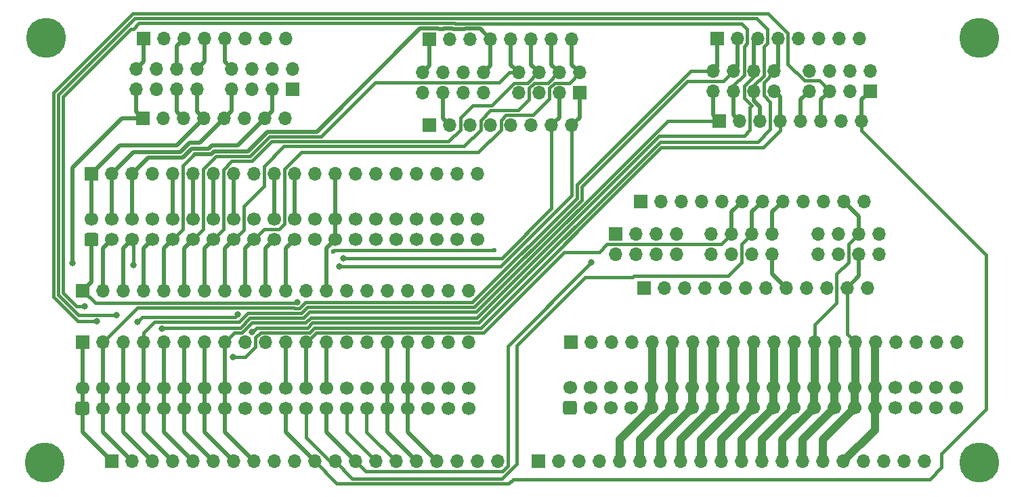
<source format=gbr>
G04 #@! TF.GenerationSoftware,KiCad,Pcbnew,5.1.7-a382d34a88~90~ubuntu20.04.1*
G04 #@! TF.CreationDate,2022-01-05T08:02:03-06:00*
G04 #@! TF.ProjectId,open-dash-daughterboard,6f70656e-2d64-4617-9368-2d6461756768,rev?*
G04 #@! TF.SameCoordinates,Original*
G04 #@! TF.FileFunction,Copper,L1,Top*
G04 #@! TF.FilePolarity,Positive*
%FSLAX46Y46*%
G04 Gerber Fmt 4.6, Leading zero omitted, Abs format (unit mm)*
G04 Created by KiCad (PCBNEW 5.1.7-a382d34a88~90~ubuntu20.04.1) date 2022-01-05 08:02:03*
%MOMM*%
%LPD*%
G01*
G04 APERTURE LIST*
G04 #@! TA.AperFunction,ComponentPad*
%ADD10C,1.700000*%
G04 #@! TD*
G04 #@! TA.AperFunction,ComponentPad*
%ADD11C,5.000000*%
G04 #@! TD*
G04 #@! TA.AperFunction,ComponentPad*
%ADD12O,1.700000X1.700000*%
G04 #@! TD*
G04 #@! TA.AperFunction,ComponentPad*
%ADD13R,1.700000X1.700000*%
G04 #@! TD*
G04 #@! TA.AperFunction,ViaPad*
%ADD14C,0.800000*%
G04 #@! TD*
G04 #@! TA.AperFunction,ViaPad*
%ADD15C,0.600000*%
G04 #@! TD*
G04 #@! TA.AperFunction,Conductor*
%ADD16C,0.250000*%
G04 #@! TD*
G04 #@! TA.AperFunction,Conductor*
%ADD17C,0.500000*%
G04 #@! TD*
G04 #@! TA.AperFunction,Conductor*
%ADD18C,0.400000*%
G04 #@! TD*
G04 #@! TA.AperFunction,Conductor*
%ADD19C,1.000000*%
G04 #@! TD*
G04 APERTURE END LIST*
D10*
X146400000Y-172510000D03*
X143860000Y-172510000D03*
X141320000Y-172510000D03*
X138780000Y-172510000D03*
X136240000Y-172510000D03*
X133700000Y-172510000D03*
X131160000Y-172510000D03*
X128620000Y-172510000D03*
X126080000Y-172510000D03*
X123540000Y-172510000D03*
X121000000Y-172510000D03*
X118460000Y-172510000D03*
X115920000Y-172510000D03*
X113380000Y-172510000D03*
X110840000Y-172510000D03*
X108300000Y-172510000D03*
X105760000Y-172510000D03*
X103220000Y-172510000D03*
X100680000Y-172510000D03*
X98140000Y-172510000D03*
X146400000Y-175050000D03*
X143860000Y-175050000D03*
X141320000Y-175050000D03*
X138780000Y-175050000D03*
X136240000Y-175050000D03*
X133700000Y-175050000D03*
X131160000Y-175050000D03*
X128620000Y-175050000D03*
X126080000Y-175050000D03*
X123540000Y-175050000D03*
X121000000Y-175050000D03*
X118460000Y-175050000D03*
X115920000Y-175050000D03*
X113380000Y-175050000D03*
X110840000Y-175050000D03*
X108300000Y-175050000D03*
X105760000Y-175050000D03*
X103220000Y-175050000D03*
X100680000Y-175050000D03*
G04 #@! TA.AperFunction,ComponentPad*
G36*
G01*
X98740000Y-175900000D02*
X97540000Y-175900000D01*
G75*
G02*
X97290000Y-175650000I0J250000D01*
G01*
X97290000Y-174450000D01*
G75*
G02*
X97540000Y-174200000I250000J0D01*
G01*
X98740000Y-174200000D01*
G75*
G02*
X98990000Y-174450000I0J-250000D01*
G01*
X98990000Y-175650000D01*
G75*
G02*
X98740000Y-175900000I-250000J0D01*
G01*
G37*
G04 #@! TD.AperFunction*
X206220000Y-193560000D03*
X203680000Y-193560000D03*
X201140000Y-193560000D03*
X198600000Y-193560000D03*
X196060000Y-193560000D03*
X193520000Y-193560000D03*
X190980000Y-193560000D03*
X188440000Y-193560000D03*
X185900000Y-193560000D03*
X183360000Y-193560000D03*
X180820000Y-193560000D03*
X178280000Y-193560000D03*
X175740000Y-193560000D03*
X173200000Y-193560000D03*
X170660000Y-193560000D03*
X168120000Y-193560000D03*
X165580000Y-193560000D03*
X163040000Y-193560000D03*
X160500000Y-193560000D03*
X157960000Y-193560000D03*
X206220000Y-196100000D03*
X203680000Y-196100000D03*
X201140000Y-196100000D03*
X198600000Y-196100000D03*
X196060000Y-196100000D03*
X193520000Y-196100000D03*
X190980000Y-196100000D03*
X188440000Y-196100000D03*
X185900000Y-196100000D03*
X183360000Y-196100000D03*
X180820000Y-196100000D03*
X178280000Y-196100000D03*
X175740000Y-196100000D03*
X173200000Y-196100000D03*
X170660000Y-196100000D03*
X168120000Y-196100000D03*
X165580000Y-196100000D03*
X163040000Y-196100000D03*
X160500000Y-196100000D03*
G04 #@! TA.AperFunction,ComponentPad*
G36*
G01*
X158560000Y-196950000D02*
X157360000Y-196950000D01*
G75*
G02*
X157110000Y-196700000I0J250000D01*
G01*
X157110000Y-195500000D01*
G75*
G02*
X157360000Y-195250000I250000J0D01*
G01*
X158560000Y-195250000D01*
G75*
G02*
X158810000Y-195500000I0J-250000D01*
G01*
X158810000Y-196700000D01*
G75*
G02*
X158560000Y-196950000I-250000J0D01*
G01*
G37*
G04 #@! TD.AperFunction*
X145260000Y-193620000D03*
X142720000Y-193620000D03*
X140180000Y-193620000D03*
X137640000Y-193620000D03*
X135100000Y-193620000D03*
X132560000Y-193620000D03*
X130020000Y-193620000D03*
X127480000Y-193620000D03*
X124940000Y-193620000D03*
X122400000Y-193620000D03*
X119860000Y-193620000D03*
X117320000Y-193620000D03*
X114780000Y-193620000D03*
X112240000Y-193620000D03*
X109700000Y-193620000D03*
X107160000Y-193620000D03*
X104620000Y-193620000D03*
X102080000Y-193620000D03*
X99540000Y-193620000D03*
X97000000Y-193620000D03*
X145260000Y-196160000D03*
X142720000Y-196160000D03*
X140180000Y-196160000D03*
X137640000Y-196160000D03*
X135100000Y-196160000D03*
X132560000Y-196160000D03*
X130020000Y-196160000D03*
X127480000Y-196160000D03*
X124940000Y-196160000D03*
X122400000Y-196160000D03*
X119860000Y-196160000D03*
X117320000Y-196160000D03*
X114780000Y-196160000D03*
X112240000Y-196160000D03*
X109700000Y-196160000D03*
X107160000Y-196160000D03*
X104620000Y-196160000D03*
X102080000Y-196160000D03*
X99540000Y-196160000D03*
G04 #@! TA.AperFunction,ComponentPad*
G36*
G01*
X97600000Y-197010000D02*
X96400000Y-197010000D01*
G75*
G02*
X96150000Y-196760000I0J250000D01*
G01*
X96150000Y-195560000D01*
G75*
G02*
X96400000Y-195310000I250000J0D01*
G01*
X97600000Y-195310000D01*
G75*
G02*
X97850000Y-195560000I0J-250000D01*
G01*
X97850000Y-196760000D01*
G75*
G02*
X97600000Y-197010000I-250000J0D01*
G01*
G37*
G04 #@! TD.AperFunction*
D11*
X92260000Y-202920000D03*
X209160000Y-149820000D03*
X92460000Y-149820000D03*
X209160000Y-202920000D03*
D12*
X195140000Y-181070000D03*
X192600000Y-181070000D03*
X190060000Y-181070000D03*
X187520000Y-181070000D03*
X184980000Y-181070000D03*
X182440000Y-181070000D03*
X179900000Y-181070000D03*
X177360000Y-181070000D03*
X174820000Y-181070000D03*
X172280000Y-181070000D03*
X169740000Y-181070000D03*
D13*
X167200000Y-181070000D03*
D12*
X189000000Y-176870000D03*
X191540000Y-174330000D03*
X196620000Y-176870000D03*
X189000000Y-174330000D03*
X194080000Y-176870000D03*
X196620000Y-174330000D03*
X191540000Y-176870000D03*
X194080000Y-174330000D03*
D13*
X163650000Y-174330000D03*
D12*
X163650000Y-176870000D03*
X166190000Y-174330000D03*
X166190000Y-176870000D03*
X168730000Y-174330000D03*
X168730000Y-176870000D03*
X171270000Y-174330000D03*
X171270000Y-176870000D03*
X175650000Y-174330000D03*
X175650000Y-176870000D03*
X178190000Y-174330000D03*
X178190000Y-176870000D03*
X180730000Y-174330000D03*
X180730000Y-176870000D03*
X183270000Y-174330000D03*
X183270000Y-176870000D03*
X194740000Y-170270000D03*
X192200000Y-170270000D03*
X189660000Y-170270000D03*
X187120000Y-170270000D03*
X184580000Y-170270000D03*
X182040000Y-170270000D03*
X179500000Y-170270000D03*
X176960000Y-170270000D03*
X174420000Y-170270000D03*
X171880000Y-170270000D03*
X169340000Y-170270000D03*
D13*
X166800000Y-170270000D03*
D12*
X146420000Y-166820000D03*
X143880000Y-166820000D03*
X141340000Y-166820000D03*
X138800000Y-166820000D03*
X136260000Y-166820000D03*
X133720000Y-166820000D03*
X131180000Y-166820000D03*
X128640000Y-166820000D03*
X126100000Y-166820000D03*
X123560000Y-166820000D03*
X121020000Y-166820000D03*
X118480000Y-166820000D03*
X115940000Y-166820000D03*
X113400000Y-166820000D03*
X110860000Y-166820000D03*
X108320000Y-166820000D03*
X105780000Y-166820000D03*
X103240000Y-166820000D03*
X100700000Y-166820000D03*
D13*
X98160000Y-166820000D03*
D12*
X145320000Y-181420000D03*
X142780000Y-181420000D03*
X140240000Y-181420000D03*
X137700000Y-181420000D03*
X135160000Y-181420000D03*
X132620000Y-181420000D03*
X130080000Y-181420000D03*
X127540000Y-181420000D03*
X125000000Y-181420000D03*
X122460000Y-181420000D03*
X119920000Y-181420000D03*
X117380000Y-181420000D03*
X114840000Y-181420000D03*
X112300000Y-181420000D03*
X109760000Y-181420000D03*
X107220000Y-181420000D03*
X104680000Y-181420000D03*
X102140000Y-181420000D03*
X99600000Y-181420000D03*
D13*
X97060000Y-181420000D03*
D12*
X194120000Y-149875000D03*
X191580000Y-149875000D03*
X189040000Y-149875000D03*
X186500000Y-149875000D03*
X183960000Y-149875000D03*
X181420000Y-149875000D03*
X178880000Y-149875000D03*
D13*
X176340000Y-149875000D03*
D12*
X175890000Y-153895000D03*
X175890000Y-156435000D03*
X178430000Y-153895000D03*
X178430000Y-156435000D03*
X180970000Y-153895000D03*
X180970000Y-156435000D03*
X183510000Y-153895000D03*
X183510000Y-156435000D03*
X187890000Y-153895000D03*
X187890000Y-156435000D03*
X190430000Y-153895000D03*
X190430000Y-156435000D03*
X192970000Y-153895000D03*
X192970000Y-156435000D03*
X195510000Y-153895000D03*
D13*
X195510000Y-156435000D03*
D12*
X194420000Y-160175000D03*
X191880000Y-160175000D03*
X189340000Y-160175000D03*
X186800000Y-160175000D03*
X184260000Y-160175000D03*
X181720000Y-160175000D03*
X179180000Y-160175000D03*
D13*
X176640000Y-160175000D03*
D12*
X202280000Y-202820000D03*
X199740000Y-202820000D03*
X197200000Y-202820000D03*
X194660000Y-202820000D03*
X192120000Y-202820000D03*
X189580000Y-202820000D03*
X187040000Y-202820000D03*
X184500000Y-202820000D03*
X181960000Y-202820000D03*
X179420000Y-202820000D03*
X176880000Y-202820000D03*
X174340000Y-202820000D03*
X171800000Y-202820000D03*
X169260000Y-202820000D03*
X166720000Y-202820000D03*
X164180000Y-202820000D03*
X161640000Y-202820000D03*
X159100000Y-202820000D03*
X156560000Y-202820000D03*
D13*
X154020000Y-202820000D03*
D12*
X206320000Y-187920000D03*
X203780000Y-187920000D03*
X201240000Y-187920000D03*
X198700000Y-187920000D03*
X196160000Y-187920000D03*
X193620000Y-187920000D03*
X191080000Y-187920000D03*
X188540000Y-187920000D03*
X186000000Y-187920000D03*
X183460000Y-187920000D03*
X180920000Y-187920000D03*
X178380000Y-187920000D03*
X175840000Y-187920000D03*
X173300000Y-187920000D03*
X170760000Y-187920000D03*
X168220000Y-187920000D03*
X165680000Y-187920000D03*
X163140000Y-187920000D03*
X160600000Y-187920000D03*
D13*
X158060000Y-187920000D03*
D12*
X122400000Y-149850000D03*
X119860000Y-149850000D03*
X117320000Y-149850000D03*
X114780000Y-149850000D03*
X112240000Y-149850000D03*
X109700000Y-149850000D03*
X107160000Y-149850000D03*
D13*
X104620000Y-149850000D03*
D12*
X103700000Y-153700000D03*
X103700000Y-156240000D03*
X106240000Y-153700000D03*
X106240000Y-156240000D03*
X108780000Y-153700000D03*
X108780000Y-156240000D03*
X111320000Y-153700000D03*
X111320000Y-156240000D03*
X115700000Y-153700000D03*
X115700000Y-156240000D03*
X118240000Y-153700000D03*
X118240000Y-156240000D03*
X120780000Y-153700000D03*
X120780000Y-156240000D03*
X123320000Y-153700000D03*
D13*
X123320000Y-156240000D03*
D12*
X122350000Y-159890000D03*
X119810000Y-159890000D03*
X117270000Y-159890000D03*
X114730000Y-159890000D03*
X112190000Y-159890000D03*
X109650000Y-159890000D03*
X107110000Y-159890000D03*
D13*
X104570000Y-159890000D03*
D12*
X145320000Y-187920000D03*
X142780000Y-187920000D03*
X140240000Y-187920000D03*
X137700000Y-187920000D03*
X135160000Y-187920000D03*
X132620000Y-187920000D03*
X130080000Y-187920000D03*
X127540000Y-187920000D03*
X125000000Y-187920000D03*
X122460000Y-187920000D03*
X119920000Y-187920000D03*
X117380000Y-187920000D03*
X114840000Y-187920000D03*
X112300000Y-187920000D03*
X109760000Y-187920000D03*
X107220000Y-187920000D03*
X104680000Y-187920000D03*
X102140000Y-187920000D03*
X99600000Y-187920000D03*
D13*
X97060000Y-187920000D03*
D12*
X148920000Y-202820000D03*
X146380000Y-202820000D03*
X143840000Y-202820000D03*
X141300000Y-202820000D03*
X138760000Y-202820000D03*
X136220000Y-202820000D03*
X133680000Y-202820000D03*
X131140000Y-202820000D03*
X128600000Y-202820000D03*
X126060000Y-202820000D03*
X123520000Y-202820000D03*
X120980000Y-202820000D03*
X118440000Y-202820000D03*
X115900000Y-202820000D03*
X113360000Y-202820000D03*
X110820000Y-202820000D03*
X108280000Y-202820000D03*
X105740000Y-202820000D03*
X103200000Y-202820000D03*
D13*
X100660000Y-202820000D03*
D12*
X158210000Y-149920000D03*
X155670000Y-149920000D03*
X153130000Y-149920000D03*
X150590000Y-149920000D03*
X148050000Y-149920000D03*
X145510000Y-149920000D03*
X142970000Y-149920000D03*
D13*
X140430000Y-149920000D03*
D12*
X139570000Y-154130000D03*
X139570000Y-156670000D03*
X142110000Y-154130000D03*
X142110000Y-156670000D03*
X144650000Y-154130000D03*
X144650000Y-156670000D03*
X147190000Y-154130000D03*
X147190000Y-156670000D03*
X151570000Y-154130000D03*
X151570000Y-156670000D03*
X154110000Y-154130000D03*
X154110000Y-156670000D03*
X156650000Y-154130000D03*
X156650000Y-156670000D03*
X159190000Y-154130000D03*
D13*
X159190000Y-156670000D03*
D12*
X158210000Y-160720000D03*
X155670000Y-160720000D03*
X153130000Y-160720000D03*
X150590000Y-160720000D03*
X148050000Y-160720000D03*
X145510000Y-160720000D03*
X142970000Y-160720000D03*
D13*
X140430000Y-160720000D03*
D14*
X103350000Y-178210000D03*
X129120000Y-178400000D03*
X129640000Y-177350010D03*
X123841888Y-182855475D03*
X160640000Y-177930000D03*
X95760000Y-178020000D03*
X116437084Y-184409017D03*
X103860000Y-185380000D03*
X98820000Y-185280000D03*
X101310000Y-184460000D03*
X115840000Y-189770000D03*
X97300000Y-183410000D03*
X106970000Y-186160021D03*
X118211376Y-186647200D03*
D15*
X128350000Y-176500000D03*
X148525000Y-176375000D03*
D16*
X93650000Y-148630000D02*
X92460000Y-149820000D01*
D17*
X186800000Y-160175000D02*
X186800000Y-157525000D01*
X186800000Y-157525000D02*
X187890000Y-156435000D01*
X140430000Y-149920000D02*
X140430000Y-153270000D01*
X140430000Y-153270000D02*
X139570000Y-154130000D01*
X127540000Y-181420000D02*
X127540000Y-176130000D01*
X127540000Y-176130000D02*
X128620000Y-175050000D01*
X104680000Y-181420000D02*
X104680000Y-176130000D01*
X104680000Y-176130000D02*
X105760000Y-175050000D01*
X128620000Y-172510000D02*
X128620000Y-175050000D01*
X128620000Y-172510000D02*
X128620000Y-166840000D01*
X128620000Y-166840000D02*
X128640000Y-166820000D01*
D18*
X149280000Y-178400000D02*
X129120000Y-178400000D01*
X158210000Y-169470000D02*
X149280000Y-178400000D01*
X158210000Y-160720000D02*
X158210000Y-169470000D01*
X103350000Y-178210000D02*
X103350000Y-175180000D01*
X103350000Y-175180000D02*
X103220000Y-175050000D01*
D17*
X159190000Y-156670000D02*
X159190000Y-159740000D01*
X159190000Y-159740000D02*
X158210000Y-160720000D01*
X102140000Y-181420000D02*
X102140000Y-176130000D01*
X102140000Y-176130000D02*
X103220000Y-175050000D01*
D18*
X149481448Y-177350010D02*
X129640000Y-177350010D01*
X155670000Y-171161458D02*
X149481448Y-177350010D01*
X155670000Y-160720000D02*
X155670000Y-171161458D01*
D17*
X156650000Y-156670000D02*
X156650000Y-159740000D01*
X156650000Y-159740000D02*
X155670000Y-160720000D01*
X99600000Y-181420000D02*
X99600000Y-176130000D01*
X99600000Y-176130000D02*
X100680000Y-175050000D01*
D18*
X132390001Y-204070001D02*
X131140000Y-202820000D01*
X149520001Y-204070001D02*
X132390001Y-204070001D01*
X150170001Y-203420001D02*
X149520001Y-204070001D01*
X150170001Y-188399999D02*
X150170001Y-203420001D01*
X160640000Y-177930000D02*
X150170001Y-188399999D01*
X98640000Y-182990000D02*
X123707363Y-182990000D01*
X97070000Y-181420000D02*
X98640000Y-182990000D01*
X123707363Y-182990000D02*
X123841888Y-182855475D01*
X97060000Y-181420000D02*
X97070000Y-181420000D01*
D17*
X142110000Y-156670000D02*
X142110000Y-159860000D01*
X142110000Y-159860000D02*
X142970000Y-160720000D01*
X127480000Y-196160000D02*
X127480000Y-199160000D01*
X127480000Y-199160000D02*
X131140000Y-202820000D01*
X98140000Y-175050000D02*
X98140000Y-180340000D01*
X98140000Y-180340000D02*
X97060000Y-181420000D01*
X144825987Y-148680011D02*
X143370757Y-148680011D01*
X148050000Y-149920000D02*
X146749999Y-148619999D01*
X142129244Y-148680010D02*
X141590756Y-148680010D01*
X113460768Y-163979978D02*
X113100746Y-164340000D01*
X141590756Y-148680010D02*
X141510757Y-148600011D01*
X144885999Y-148619999D02*
X144825987Y-148680011D01*
X143370757Y-148680011D02*
X143290760Y-148600014D01*
X126320020Y-161519978D02*
X120162222Y-161519979D01*
X142209240Y-148600014D02*
X142129244Y-148680010D01*
X143290760Y-148600014D02*
X142209240Y-148600014D01*
X120162222Y-161519979D02*
X117702223Y-163979978D01*
X117702223Y-163979978D02*
X113460768Y-163979978D01*
X146749999Y-148619999D02*
X144885999Y-148619999D01*
X113100746Y-164340000D02*
X110990000Y-164340000D01*
X139239987Y-148600011D02*
X126320020Y-161519978D01*
X141510757Y-148600011D02*
X139239987Y-148600011D01*
D18*
X108300000Y-175050000D02*
X109570001Y-173779999D01*
X109570001Y-173779999D02*
X109570001Y-165759999D01*
X109570001Y-165759999D02*
X110990000Y-164340000D01*
D17*
X148050000Y-149920000D02*
X148050000Y-153270000D01*
X148050000Y-153270000D02*
X147190000Y-154130000D01*
X107220000Y-181420000D02*
X107220000Y-176130000D01*
X107220000Y-176130000D02*
X108300000Y-175050000D01*
D18*
X112129999Y-166239999D02*
X112129999Y-173760001D01*
X151570000Y-154130000D02*
X150367919Y-154130000D01*
X117971466Y-164629989D02*
X113740009Y-164629989D01*
X120431466Y-162169989D02*
X117971466Y-164629989D01*
X149117918Y-155380001D02*
X133619999Y-155380001D01*
X133619999Y-155380001D02*
X126830011Y-162169989D01*
X113740009Y-164629989D02*
X112129999Y-166239999D01*
X112129999Y-173760001D02*
X110840000Y-175050000D01*
X150367919Y-154130000D02*
X149117918Y-155380001D01*
X126830011Y-162169989D02*
X120431466Y-162169989D01*
D17*
X150590000Y-149920000D02*
X150590000Y-153150000D01*
X150590000Y-153150000D02*
X151570000Y-154130000D01*
X109760000Y-181420000D02*
X109760000Y-176130000D01*
X109760000Y-176130000D02*
X110840000Y-175050000D01*
D18*
X144259999Y-159790001D02*
X145840000Y-158210000D01*
X114650001Y-173779999D02*
X114650001Y-166259997D01*
X148200000Y-158210000D02*
X150990001Y-155419999D01*
X150990001Y-155419999D02*
X152661457Y-155419999D01*
X118219998Y-165230000D02*
X120679998Y-162770000D01*
X120679998Y-162770000D02*
X142770002Y-162770000D01*
X113380000Y-175050000D02*
X114650001Y-173779999D01*
X142770002Y-162770000D02*
X144259999Y-161280003D01*
X115679998Y-165230000D02*
X118219998Y-165230000D01*
X144259999Y-161280003D02*
X144259999Y-159790001D01*
X114650001Y-166259997D02*
X115679998Y-165230000D01*
X145840000Y-158210000D02*
X148200000Y-158210000D01*
X152661457Y-155419999D02*
X153951456Y-154130000D01*
X153951456Y-154130000D02*
X154110000Y-154130000D01*
D17*
X153130000Y-149920000D02*
X153130000Y-153150000D01*
X153130000Y-153150000D02*
X154110000Y-154130000D01*
X112300000Y-181420000D02*
X112300000Y-176130000D01*
X112300000Y-176130000D02*
X113380000Y-175050000D01*
D18*
X152859999Y-156069999D02*
X153509999Y-155419999D01*
X117170001Y-170849999D02*
X119730001Y-168289999D01*
X119730001Y-165829999D02*
X122190000Y-163370000D01*
X156491456Y-154130000D02*
X156650000Y-154130000D01*
X119730001Y-168289999D02*
X119730001Y-165829999D01*
X144710002Y-163370000D02*
X146799999Y-161280003D01*
X151500012Y-158869988D02*
X152859999Y-157510001D01*
X122190000Y-163370000D02*
X144710002Y-163370000D01*
X152859999Y-157510001D02*
X152859999Y-156069999D01*
X146799999Y-161280003D02*
X146799999Y-160119999D01*
X148050010Y-158869988D02*
X151500012Y-158869988D01*
X153509999Y-155419999D02*
X155201457Y-155419999D01*
X146799999Y-160119999D02*
X148050010Y-158869988D01*
X155201457Y-155419999D02*
X156491456Y-154130000D01*
X117170001Y-173799999D02*
X117170001Y-170849999D01*
X115920000Y-175050000D02*
X117170001Y-173799999D01*
D17*
X155670000Y-149920000D02*
X155670000Y-153150000D01*
X155670000Y-153150000D02*
X156650000Y-154130000D01*
X114840000Y-181420000D02*
X114840000Y-176130000D01*
X114840000Y-176130000D02*
X115920000Y-175050000D01*
D18*
X146520002Y-164100000D02*
X124429998Y-164100000D01*
X124429998Y-164100000D02*
X122289999Y-166239999D01*
X122289999Y-166239999D02*
X122289999Y-173070003D01*
X122289999Y-173070003D02*
X121600001Y-173760001D01*
X121600001Y-173760001D02*
X119749999Y-173760001D01*
X119749999Y-173760001D02*
X118460000Y-175050000D01*
X153350001Y-159469999D02*
X149989999Y-159469999D01*
X155399999Y-157420001D02*
X153350001Y-159469999D01*
X149989999Y-159469999D02*
X149339999Y-160119999D01*
X149339999Y-160119999D02*
X149339999Y-161280003D01*
X149339999Y-161280003D02*
X146520002Y-164100000D01*
X157900001Y-155419999D02*
X156049999Y-155419999D01*
X155399999Y-156069999D02*
X155399999Y-157420001D01*
X156049999Y-155419999D02*
X155399999Y-156069999D01*
X159190000Y-154130000D02*
X157900001Y-155419999D01*
D17*
X158210000Y-149920000D02*
X158210000Y-153150000D01*
X158210000Y-153150000D02*
X159190000Y-154130000D01*
X117380000Y-181420000D02*
X117380000Y-176130000D01*
X117380000Y-176130000D02*
X118460000Y-175050000D01*
X122460000Y-181420000D02*
X122460000Y-176130000D01*
X122460000Y-176130000D02*
X123540000Y-175050000D01*
X108780000Y-156240000D02*
X108780000Y-159020000D01*
X108780000Y-159020000D02*
X109650000Y-159890000D01*
X101950000Y-159890000D02*
X95760000Y-166080000D01*
X95760000Y-166080000D02*
X95760000Y-178020000D01*
X104570000Y-159890000D02*
X101950000Y-159890000D01*
X119920000Y-181420000D02*
X119920000Y-176130000D01*
X119920000Y-176130000D02*
X121000000Y-175050000D01*
X103700000Y-156240000D02*
X103700000Y-159020000D01*
X103700000Y-159020000D02*
X104570000Y-159890000D01*
X123540000Y-172510000D02*
X123540000Y-166840000D01*
X123540000Y-166840000D02*
X123560000Y-166820000D01*
X121000000Y-172510000D02*
X121000000Y-166840000D01*
X121000000Y-166840000D02*
X121020000Y-166820000D01*
X115940000Y-166820000D02*
X115940000Y-172490000D01*
X115940000Y-172490000D02*
X115920000Y-172510000D01*
X104620000Y-149850000D02*
X104620000Y-152780000D01*
X104620000Y-152780000D02*
X103700000Y-153700000D01*
X113380000Y-172510000D02*
X113380000Y-166840000D01*
X113380000Y-166840000D02*
X113400000Y-166820000D01*
X114780000Y-149850000D02*
X114780000Y-152780000D01*
X114780000Y-152780000D02*
X115700000Y-153700000D01*
X110840000Y-172510000D02*
X110840000Y-166840000D01*
X110840000Y-166840000D02*
X110860000Y-166820000D01*
X112240000Y-149850000D02*
X112240000Y-152780000D01*
X112240000Y-152780000D02*
X111320000Y-153700000D01*
X108300000Y-172510000D02*
X108300000Y-166840000D01*
X108300000Y-166840000D02*
X108320000Y-166820000D01*
X108780000Y-153700000D02*
X108780000Y-150770000D01*
X108780000Y-150770000D02*
X109700000Y-149850000D01*
X116420031Y-163279969D02*
X119810000Y-159890000D01*
X110700046Y-163639989D02*
X112810792Y-163639989D01*
X112810792Y-163639989D02*
X113170812Y-163279969D01*
X105250000Y-164810000D02*
X109530036Y-164810000D01*
X109530036Y-164810000D02*
X110700046Y-163639989D01*
X103240000Y-166820000D02*
X105250000Y-164810000D01*
X113170812Y-163279969D02*
X116420031Y-163279969D01*
X127540000Y-187920000D02*
X127540000Y-193560000D01*
X127540000Y-193560000D02*
X127480000Y-193620000D01*
X103220000Y-172510000D02*
X103220000Y-166840000D01*
X103220000Y-166840000D02*
X103240000Y-166820000D01*
X120780000Y-156240000D02*
X120780000Y-158920000D01*
X120780000Y-158920000D02*
X119810000Y-159890000D01*
X111680022Y-162939978D02*
X114730000Y-159890000D01*
X110410092Y-162939978D02*
X111680022Y-162939978D01*
X109240081Y-164109990D02*
X110410092Y-162939978D01*
X103410010Y-164109990D02*
X109240081Y-164109990D01*
X100700000Y-166820000D02*
X103410010Y-164109990D01*
X100700000Y-166820000D02*
X100700000Y-172490000D01*
X100700000Y-172490000D02*
X100680000Y-172510000D01*
X115700000Y-156240000D02*
X115700000Y-158920000D01*
X115700000Y-158920000D02*
X114730000Y-159890000D01*
X101720000Y-163260000D02*
X108820000Y-163260000D01*
X108820000Y-163260000D02*
X112190000Y-159890000D01*
X98160000Y-166820000D02*
X101720000Y-163260000D01*
X98140000Y-172510000D02*
X98140000Y-166840000D01*
X98140000Y-166840000D02*
X98160000Y-166820000D01*
X111320000Y-156240000D02*
X111320000Y-159020000D01*
X111320000Y-159020000D02*
X112190000Y-159890000D01*
D18*
X130020000Y-196160000D02*
X130020000Y-199160000D01*
X130020000Y-199160000D02*
X133680000Y-202820000D01*
D17*
X137640000Y-196160000D02*
X137640000Y-199160000D01*
X137640000Y-199160000D02*
X141300000Y-202820000D01*
X137640000Y-193620000D02*
X137640000Y-196160000D01*
X137700000Y-187920000D02*
X137700000Y-193560000D01*
X137700000Y-193560000D02*
X137640000Y-193620000D01*
X135100000Y-196160000D02*
X135100000Y-199160000D01*
X135100000Y-199160000D02*
X138760000Y-202820000D01*
X135100000Y-193620000D02*
X135100000Y-196160000D01*
X135160000Y-187920000D02*
X135160000Y-193560000D01*
X135160000Y-193560000D02*
X135100000Y-193620000D01*
D18*
X128600000Y-202820000D02*
X130770000Y-204990000D01*
X130770000Y-204990000D02*
X149448545Y-204990000D01*
X177759991Y-179600009D02*
X179440001Y-177919999D01*
X149448545Y-204990000D02*
X151290011Y-203148534D01*
X151290011Y-203148534D02*
X151290011Y-188334989D01*
X151290011Y-188334989D02*
X159849999Y-179775001D01*
X179440001Y-175619999D02*
X180730000Y-174330000D01*
X159849999Y-179775001D02*
X165761001Y-179775001D01*
X165761001Y-179775001D02*
X165935993Y-179600009D01*
X165935993Y-179600009D02*
X177759991Y-179600009D01*
X179440001Y-177919999D02*
X179440001Y-175619999D01*
X124940000Y-196160000D02*
X124940000Y-199849998D01*
X124940000Y-199849998D02*
X127910002Y-202820000D01*
X127910002Y-202820000D02*
X128600000Y-202820000D01*
D17*
X180730000Y-174330000D02*
X180730000Y-171580000D01*
X180730000Y-171580000D02*
X182040000Y-170270000D01*
D18*
X98820000Y-185280000D02*
X96462914Y-185280000D01*
X182764978Y-146719978D02*
X185210001Y-149165001D01*
X96462914Y-185280000D02*
X93419978Y-182237064D01*
X93419978Y-182237064D02*
X93419978Y-156642936D01*
X93419978Y-156642936D02*
X103342937Y-146719978D01*
X185210001Y-149165001D02*
X185210001Y-153065003D01*
X103342937Y-146719978D02*
X182764978Y-146719978D01*
X185210001Y-153065003D02*
X187289999Y-155145001D01*
X187289999Y-155145001D02*
X189140001Y-155145001D01*
X189140001Y-155145001D02*
X190430000Y-156435000D01*
X104480000Y-184760000D02*
X116086101Y-184760000D01*
X116086101Y-184760000D02*
X116437084Y-184409017D01*
X103860000Y-185380000D02*
X104480000Y-184760000D01*
D17*
X189340000Y-160175000D02*
X189340000Y-157525000D01*
X189340000Y-157525000D02*
X190430000Y-156435000D01*
X122460000Y-187920000D02*
X122460000Y-193560000D01*
X122460000Y-193560000D02*
X122400000Y-193620000D01*
D18*
X96491457Y-184460000D02*
X94019989Y-181988532D01*
X94019989Y-181988532D02*
X94019989Y-156891468D01*
X103561469Y-147349989D02*
X181304989Y-147349989D01*
X182230000Y-150915002D02*
X182230000Y-154485002D01*
X181304989Y-147349989D02*
X182670001Y-148715001D01*
X101310000Y-184460000D02*
X96491457Y-184460000D01*
X182670001Y-150475001D02*
X182230000Y-150915002D01*
X94019989Y-156891468D02*
X103561469Y-147349989D01*
X182670001Y-148715001D02*
X182670001Y-150475001D01*
X182230000Y-154485002D02*
X180970000Y-155745002D01*
X180970000Y-155745002D02*
X180970000Y-156435000D01*
D17*
X181720000Y-158387081D02*
X181720000Y-160175000D01*
X180970000Y-157637081D02*
X181720000Y-158387081D01*
X180970000Y-156435000D02*
X180970000Y-157637081D01*
X112240000Y-196160000D02*
X112240000Y-199160000D01*
X112240000Y-199160000D02*
X115900000Y-202820000D01*
X112240000Y-193620000D02*
X112240000Y-196160000D01*
X112300000Y-187920000D02*
X112300000Y-193560000D01*
X112300000Y-193560000D02*
X112240000Y-193620000D01*
D18*
X115840000Y-189770000D02*
X117380002Y-189770000D01*
X126031469Y-186069988D02*
X146805012Y-186069988D01*
X119319999Y-186669999D02*
X125431459Y-186669999D01*
X169375000Y-163500000D02*
X182137081Y-163500000D01*
X118669999Y-187319999D02*
X119319999Y-186669999D01*
X182137081Y-163500000D02*
X184260000Y-161377081D01*
X184260000Y-161377081D02*
X184260000Y-160175000D01*
X117380002Y-189770000D02*
X118669999Y-188480003D01*
X118669999Y-188480003D02*
X118669999Y-187319999D01*
X125431459Y-186669999D02*
X126031469Y-186069988D01*
X146805012Y-186069988D02*
X169375000Y-163500000D01*
D17*
X184260000Y-160175000D02*
X184260000Y-157185000D01*
X184260000Y-157185000D02*
X183510000Y-156435000D01*
X107160000Y-196160000D02*
X107160000Y-199160000D01*
X107160000Y-199160000D02*
X110820000Y-202820000D01*
X107160000Y-193620000D02*
X107160000Y-196160000D01*
X107220000Y-187920000D02*
X107220000Y-193560000D01*
X107220000Y-193560000D02*
X107160000Y-193620000D01*
D18*
X144596746Y-147990000D02*
X144616757Y-147969989D01*
X147039252Y-147990000D02*
X179405000Y-147990000D01*
X143599998Y-147990000D02*
X144596746Y-147990000D01*
X103369999Y-148679999D02*
X104099995Y-147950003D01*
X147019241Y-147969989D02*
X147039252Y-147990000D01*
X144616757Y-147969989D02*
X147019241Y-147969989D01*
X104099995Y-147950003D02*
X143560001Y-147950003D01*
X103080001Y-148679999D02*
X103369999Y-148679999D01*
X143560001Y-147950003D02*
X143599998Y-147990000D01*
X94620000Y-157140000D02*
X103080001Y-148679999D01*
X94620000Y-181740000D02*
X94620000Y-157140000D01*
X96290000Y-183410000D02*
X94620000Y-181740000D01*
X97300000Y-183410000D02*
X96290000Y-183410000D01*
X179405000Y-147990000D02*
X180130001Y-148715001D01*
X180130001Y-148715001D02*
X180130001Y-150475001D01*
X180130001Y-150475001D02*
X179719999Y-150885003D01*
X179719999Y-150885003D02*
X179719999Y-154455003D01*
X179719999Y-154455003D02*
X178430000Y-155745002D01*
X178430000Y-155745002D02*
X178430000Y-156435000D01*
D17*
X179180000Y-160175000D02*
X178430000Y-159425000D01*
X178430000Y-159425000D02*
X178430000Y-156435000D01*
X102080000Y-196160000D02*
X102080000Y-199160000D01*
X102080000Y-199160000D02*
X105740000Y-202820000D01*
X102080000Y-193620000D02*
X102080000Y-196160000D01*
X102140000Y-187920000D02*
X102140000Y-193560000D01*
X102140000Y-193560000D02*
X102080000Y-193620000D01*
D18*
X106970000Y-186160021D02*
X107060033Y-186069988D01*
X124655868Y-184869966D02*
X125425834Y-184100000D01*
X116756045Y-186069988D02*
X117956067Y-184869966D01*
X170154371Y-160175000D02*
X176640000Y-160175000D01*
X146229371Y-184100000D02*
X170154371Y-160175000D01*
X117956067Y-184869966D02*
X124655868Y-184869966D01*
X107060033Y-186069988D02*
X116756045Y-186069988D01*
X125425834Y-184100000D02*
X146229371Y-184100000D01*
D17*
X175890000Y-156435000D02*
X175890000Y-159425000D01*
X175890000Y-159425000D02*
X176640000Y-160175000D01*
X97000000Y-196160000D02*
X97000000Y-199160000D01*
X97000000Y-199160000D02*
X100660000Y-202820000D01*
X97000000Y-193620000D02*
X97000000Y-196160000D01*
X97000000Y-193620000D02*
X97000000Y-187980000D01*
X97000000Y-187980000D02*
X97060000Y-187920000D01*
D18*
X132540000Y-199140000D02*
X132540000Y-196180000D01*
X132540000Y-196180000D02*
X132560000Y-196160000D01*
X136220000Y-202820000D02*
X132540000Y-199140000D01*
X125000000Y-187920000D02*
X125030000Y-187920000D01*
X125030000Y-187920000D02*
X126280001Y-186669999D01*
X126280001Y-186669999D02*
X147205001Y-186669999D01*
X147205001Y-186669999D02*
X157275000Y-176600000D01*
X157275000Y-176600000D02*
X161600000Y-176600000D01*
X161600000Y-176600000D02*
X162580001Y-175619999D01*
X162580001Y-175619999D02*
X176900001Y-175619999D01*
X176900001Y-175619999D02*
X178190000Y-174330000D01*
D17*
X178190000Y-174330000D02*
X178190000Y-171580000D01*
X178190000Y-171580000D02*
X179500000Y-170270000D01*
X125000000Y-187920000D02*
X125000000Y-193560000D01*
X125000000Y-193560000D02*
X124940000Y-193620000D01*
D18*
X194420000Y-160175000D02*
X194420000Y-161400000D01*
X194420000Y-161400000D02*
X210020000Y-177000000D01*
X128830009Y-205590009D02*
X126060000Y-202820000D01*
X204390000Y-203570000D02*
X202930000Y-205030000D01*
X204390000Y-201870000D02*
X204390000Y-203570000D01*
X202930000Y-205030000D02*
X150878542Y-205030000D01*
X210020000Y-177000000D02*
X210020000Y-196240000D01*
X150318533Y-205590009D02*
X128830009Y-205590009D01*
X150878542Y-205030000D02*
X150318533Y-205590009D01*
X210020000Y-196240000D02*
X204390000Y-201870000D01*
D17*
X194420000Y-160175000D02*
X194420000Y-157525000D01*
X194420000Y-157525000D02*
X195510000Y-156435000D01*
X122400000Y-196160000D02*
X122400000Y-199160000D01*
X122400000Y-199160000D02*
X126060000Y-202820000D01*
D18*
X180469999Y-161330001D02*
X180469999Y-158519999D01*
X124934395Y-185469977D02*
X125534405Y-184869966D01*
X118204631Y-185469977D02*
X124934395Y-185469977D01*
X179719999Y-157306332D02*
X179719999Y-155834999D01*
X169127914Y-162050000D02*
X179750000Y-162050000D01*
X179750000Y-162050000D02*
X180469999Y-161330001D01*
X114840000Y-187920000D02*
X116039976Y-186720024D01*
X180469999Y-158519999D02*
X180701833Y-158288166D01*
X180701833Y-158288166D02*
X179719999Y-157306332D01*
X125534405Y-184869966D02*
X146307948Y-184869966D01*
X146307948Y-184869966D02*
X169127914Y-162050000D01*
X116954584Y-186720024D02*
X118204631Y-185469977D01*
X116039976Y-186720024D02*
X116954584Y-186720024D01*
X180970000Y-154584998D02*
X180970000Y-153895000D01*
X179719999Y-155834999D02*
X180970000Y-154584998D01*
D17*
X180970000Y-153895000D02*
X180970000Y-150325000D01*
X180970000Y-150325000D02*
X181420000Y-149875000D01*
X114780000Y-196160000D02*
X114780000Y-199160000D01*
X114780000Y-199160000D02*
X118440000Y-202820000D01*
X114780000Y-193620000D02*
X114780000Y-196160000D01*
X114840000Y-187920000D02*
X114840000Y-193560000D01*
X114840000Y-193560000D02*
X114780000Y-193620000D01*
D18*
X181425000Y-162800000D02*
X183009999Y-161215001D01*
X183009999Y-157785001D02*
X182220001Y-156995003D01*
X118211376Y-186647200D02*
X118788588Y-186069988D01*
X146556480Y-185469977D02*
X169226457Y-162800000D01*
X125182926Y-186069988D02*
X125782937Y-185469977D01*
X183009999Y-161215001D02*
X183009999Y-157785001D01*
X182220001Y-155343543D02*
X183510000Y-154053544D01*
X118788588Y-186069988D02*
X125182926Y-186069988D01*
X169226457Y-162800000D02*
X181425000Y-162800000D01*
X182220001Y-156995003D02*
X182220001Y-155343543D01*
X183510000Y-154053544D02*
X183510000Y-153895000D01*
X125782937Y-185469977D02*
X146556480Y-185469977D01*
D17*
X183960000Y-149875000D02*
X183960000Y-153445000D01*
X183960000Y-153445000D02*
X183510000Y-153895000D01*
X109700000Y-196160000D02*
X109700000Y-199160000D01*
X109700000Y-199160000D02*
X113360000Y-202820000D01*
X109700000Y-193620000D02*
X109700000Y-196160000D01*
X109760000Y-187920000D02*
X109760000Y-193560000D01*
X109760000Y-193560000D02*
X109700000Y-193620000D01*
D18*
X159410022Y-170070807D02*
X159410022Y-168449978D01*
X117707532Y-184269955D02*
X124407336Y-184269955D01*
X104680000Y-186717919D02*
X106037908Y-185360011D01*
X177140001Y-155184999D02*
X178430000Y-153895000D01*
X116617476Y-185360011D02*
X117707532Y-184269955D01*
X172675001Y-155184999D02*
X177140001Y-155184999D01*
X159410022Y-168449978D02*
X172675001Y-155184999D01*
X124407336Y-184269955D02*
X125177302Y-183499989D01*
X145980840Y-183499989D02*
X159410022Y-170070807D01*
X104680000Y-187920000D02*
X104680000Y-186717919D01*
X106037908Y-185360011D02*
X116617476Y-185360011D01*
X125177302Y-183499989D02*
X145980840Y-183499989D01*
D17*
X178880000Y-149875000D02*
X178880000Y-153445000D01*
X178880000Y-153445000D02*
X178430000Y-153895000D01*
X104620000Y-196160000D02*
X104620000Y-199160000D01*
X104620000Y-199160000D02*
X108280000Y-202820000D01*
X104620000Y-193620000D02*
X104620000Y-196160000D01*
X104680000Y-187920000D02*
X104680000Y-193560000D01*
X104680000Y-193560000D02*
X104620000Y-193620000D01*
D18*
X123565940Y-183669944D02*
X123486007Y-183590011D01*
X124158804Y-183669944D02*
X123565940Y-183669944D01*
X145732308Y-182899978D02*
X124928770Y-182899978D01*
X175890000Y-153895000D02*
X173113542Y-153895000D01*
X173113542Y-153895000D02*
X158810011Y-168198531D01*
X103929989Y-183590011D02*
X99600000Y-187920000D01*
X158810011Y-169822275D02*
X145732308Y-182899978D01*
X158810011Y-168198531D02*
X158810011Y-169822275D01*
X123486007Y-183590011D02*
X103929989Y-183590011D01*
X124928770Y-182899978D02*
X124158804Y-183669944D01*
D17*
X176340000Y-149875000D02*
X176340000Y-153445000D01*
X176340000Y-153445000D02*
X175890000Y-153895000D01*
X99540000Y-196160000D02*
X99540000Y-199160000D01*
X99540000Y-199160000D02*
X103200000Y-202820000D01*
X99540000Y-193620000D02*
X99540000Y-196160000D01*
X99600000Y-187920000D02*
X99600000Y-193560000D01*
X99600000Y-193560000D02*
X99540000Y-193620000D01*
D18*
X188930000Y-185320000D02*
X188540000Y-185710000D01*
X188540000Y-185710000D02*
X188540000Y-187920000D01*
X188940000Y-185320000D02*
X188930000Y-185320000D01*
X188940000Y-185320000D02*
X191310001Y-182949999D01*
X192790001Y-175619999D02*
X194080000Y-174330000D01*
X191310001Y-182949999D02*
X191310001Y-179339999D01*
X191310001Y-179339999D02*
X192790001Y-177859999D01*
X192790001Y-177859999D02*
X192790001Y-175619999D01*
D19*
X184500000Y-202820000D02*
X184500000Y-200040000D01*
X184500000Y-200040000D02*
X188440000Y-196100000D01*
X188440000Y-193560000D02*
X188440000Y-196100000D01*
X188540000Y-187920000D02*
X188540000Y-193460000D01*
X188540000Y-193460000D02*
X188440000Y-193560000D01*
D17*
X194080000Y-174330000D02*
X194080000Y-172150000D01*
X194080000Y-172150000D02*
X192200000Y-170270000D01*
D18*
X192600000Y-181070000D02*
X192600000Y-186900000D01*
X192600000Y-186900000D02*
X193620000Y-187920000D01*
D19*
X189580000Y-202820000D02*
X189580000Y-200040000D01*
X189580000Y-200040000D02*
X193520000Y-196100000D01*
X193520000Y-193560000D02*
X193520000Y-196100000D01*
X193620000Y-187920000D02*
X193620000Y-193460000D01*
X193620000Y-193460000D02*
X193520000Y-193560000D01*
D17*
X194080000Y-176870000D02*
X194080000Y-179590000D01*
X194080000Y-179590000D02*
X192600000Y-181070000D01*
D19*
X187040000Y-200040000D02*
X187040000Y-202820000D01*
X190980000Y-196100000D02*
X187040000Y-200040000D01*
X190980000Y-196100000D02*
X190980000Y-193560000D01*
X190980000Y-193560000D02*
X190980000Y-188020000D01*
X190980000Y-188020000D02*
X191080000Y-187920000D01*
D17*
X183270000Y-176870000D02*
X183270000Y-179360000D01*
X183270000Y-179360000D02*
X184980000Y-181070000D01*
D19*
X196060000Y-196100000D02*
X196060000Y-198880000D01*
X196060000Y-198880000D02*
X192120000Y-202820000D01*
X196060000Y-196100000D02*
X196060000Y-193560000D01*
X196060000Y-193560000D02*
X196060000Y-188020000D01*
X196060000Y-188020000D02*
X196160000Y-187920000D01*
D17*
X183270000Y-174330000D02*
X183270000Y-171580000D01*
X183270000Y-171580000D02*
X184580000Y-170270000D01*
D19*
X179420000Y-200040000D02*
X179420000Y-202820000D01*
X183360000Y-196100000D02*
X179420000Y-200040000D01*
X183360000Y-193560000D02*
X183360000Y-196100000D01*
X183460000Y-187920000D02*
X183460000Y-193460000D01*
X183460000Y-193460000D02*
X183360000Y-193560000D01*
X170660000Y-193560000D02*
X170660000Y-188020000D01*
X170660000Y-188020000D02*
X170760000Y-187920000D01*
X170660000Y-196100000D02*
X170660000Y-193560000D01*
X166720000Y-202820000D02*
X166720000Y-200040000D01*
X166720000Y-200040000D02*
X170660000Y-196100000D01*
X185900000Y-193560000D02*
X185900000Y-188020000D01*
X185900000Y-188020000D02*
X186000000Y-187920000D01*
X185900000Y-193560000D02*
X185900000Y-196100000D01*
X181960000Y-202820000D02*
X181960000Y-200040000D01*
X181960000Y-200040000D02*
X185900000Y-196100000D01*
X164180000Y-200040000D02*
X164180000Y-202820000D01*
X168120000Y-196100000D02*
X164180000Y-200040000D01*
X168120000Y-193560000D02*
X168120000Y-196100000D01*
X168220000Y-187920000D02*
X168220000Y-193460000D01*
X168220000Y-193460000D02*
X168120000Y-193560000D01*
X169260000Y-200040000D02*
X169260000Y-202820000D01*
X173200000Y-196100000D02*
X169260000Y-200040000D01*
X173200000Y-193560000D02*
X173200000Y-196100000D01*
X173300000Y-187920000D02*
X173300000Y-193460000D01*
X173300000Y-193460000D02*
X173200000Y-193560000D01*
X180820000Y-193560000D02*
X180820000Y-188020000D01*
X180820000Y-188020000D02*
X180920000Y-187920000D01*
X180820000Y-196100000D02*
X180820000Y-193560000D01*
X176880000Y-202820000D02*
X176880000Y-200040000D01*
X176880000Y-200040000D02*
X180820000Y-196100000D01*
X175740000Y-193560000D02*
X175740000Y-188020000D01*
X175740000Y-188020000D02*
X175840000Y-187920000D01*
X175740000Y-196100000D02*
X175740000Y-193560000D01*
X171800000Y-202820000D02*
X171800000Y-200040000D01*
X171800000Y-200040000D02*
X175740000Y-196100000D01*
X174340000Y-202820000D02*
X174340000Y-200040000D01*
X174340000Y-200040000D02*
X178280000Y-196100000D01*
X178280000Y-193560000D02*
X178280000Y-196100000D01*
X178380000Y-187920000D02*
X178380000Y-193460000D01*
X178380000Y-193460000D02*
X178280000Y-193560000D01*
D18*
X178190000Y-177235000D02*
X178190000Y-176870000D01*
X148525000Y-176375000D02*
X128475000Y-176375000D01*
X128475000Y-176375000D02*
X128350000Y-176500000D01*
M02*

</source>
